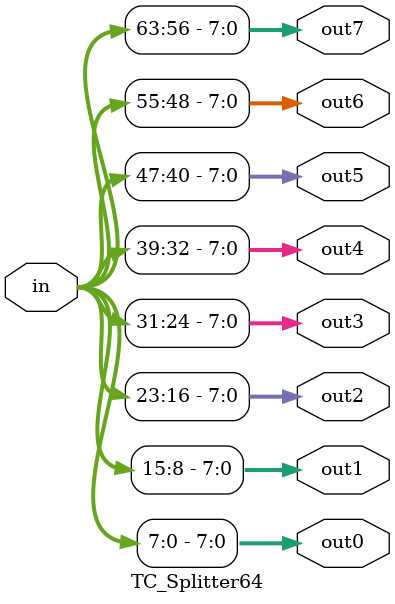
<source format=v>
module TC_Splitter64 (in, out0, out1, out2, out3, out4, out5, out6, out7);
    parameter UUID = 0;
    parameter NAME = "";
    input [63:0] in;
    output [7:0] out0;
    output [7:0] out1;
    output [7:0] out2;
    output [7:0] out3;
    output [7:0] out4;
    output [7:0] out5;
    output [7:0] out6;
    output [7:0] out7;
    
    assign {out7, out6, out5, out4, out3, out2, out1, out0} = in;
endmodule


</source>
